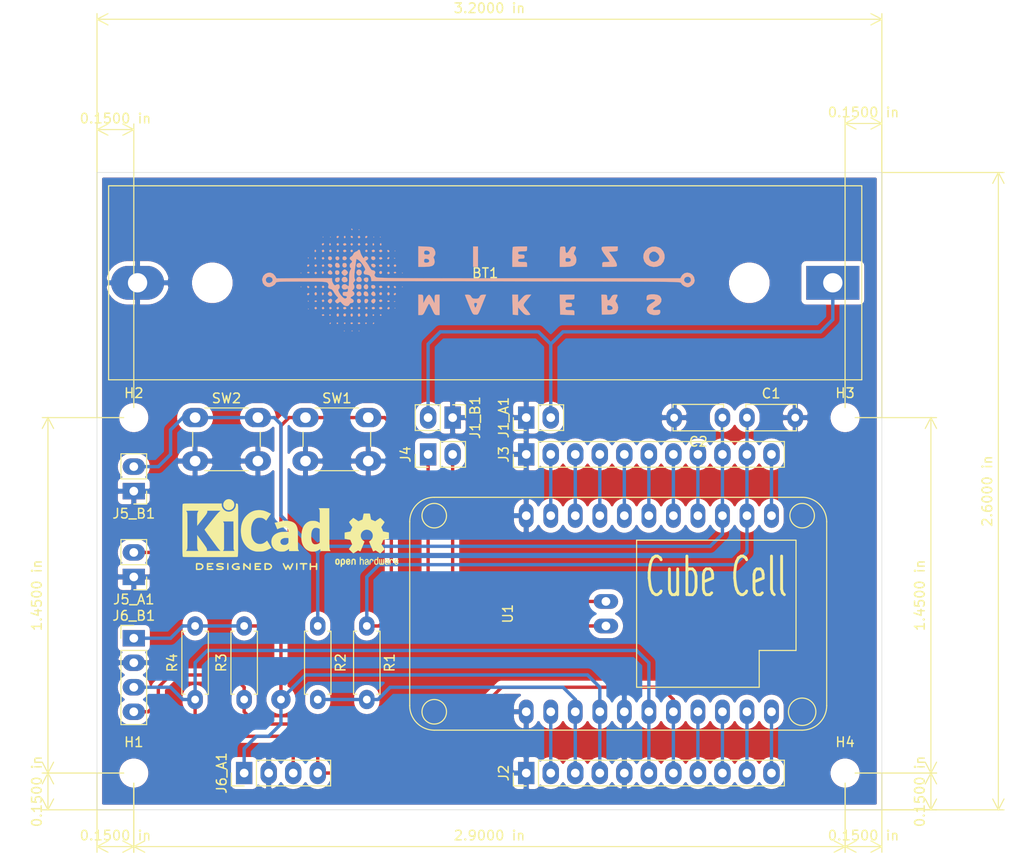
<source format=kicad_pcb>
(kicad_pcb (version 20171130) (host pcbnew "(5.1.5)-3")
  (title_block (title "Placa Adaptadora para CubeCell Board HTCC-AB01 ") (date 2020-04-07) (rev 1.0))
  (layers (0 F.Cu signal) (31 B.Cu signal) (34 B.Paste user) (35 F.Paste user) (36 B.SilkS user) (37 F.SilkS user) (38 B.Mask user) (39 F.Mask user) (44 Edge.Cuts user))
  (net 0 "")
  (net 1 +BATT)
  (net 2 GND)
  (net 3 /GPIO1)
  (net 4 "Net-(J2-Pad11)")
  (net 5 "Net-(J2-Pad10)")
  (net 6 "Net-(J2-Pad9)")
  (net 7 "Net-(J2-Pad8)")
  (net 8 /SDA)
  (net 9 /SCL)
  (net 10 /VEXT)
  (net 11 +3V3)
  (net 12 "Net-(J2-Pad2)")
  (net 13 "Net-(J3-Pad2)")
  (net 14 "Net-(J3-Pad3)")
  (net 15 "Net-(J3-Pad4)")
  (net 16 "Net-(J3-Pad5)")
  (net 17 "Net-(J3-Pad6)")
  (net 18 "Net-(J3-Pad7)")
  (net 19 "Net-(J3-Pad8)")
  (net 20 /GPIO2)
  (net 21 "Net-(J3-Pad11)")
  (net 22 "Net-(J4-Pad2)")
  (net 23 "Net-(J4-Pad1)")
  (module Custom_lib:logo_mb_50x17mm (layer B.Cu) (at 128.27 76.835)
    (fp_text reference G*** hide)
    (fp_text value LOGO hide)
  )
  (module Custom_lib:PinHeader_1x11_P2.54mm_Vertical (layer F.Cu) (at 133.35 128.27 90)
    (fp_text reference J2 (at 0 -2.33 90) (layer F.SilkS))
    (fp_text value CONECTOR_A)
    (pad 1 thru_hole rect (at 0 0 90) (size 2.3 1.7) (drill 0.9) (layers *.Cu *.Mask) (net 2 GND))
    (pad 2 thru_hole oval (at 0 2.54 90) (size 2.3 1.7) (drill 0.9) (layers *.Cu *.Mask) (net 12 "Net-(J2-Pad2)"))
    (pad 3 thru_hole oval (at 0 5.08 90) (size 2.3 1.7) (drill 0.9) (layers *.Cu *.Mask) (net 11 +3V3))
    (pad 4 thru_hole oval (at 0 7.62 90) (size 2.3 1.7) (drill 0.9) (layers *.Cu *.Mask) (net 10 /VEXT))
    (pad 5 thru_hole oval (at 0 10.16 90) (size 2.3 1.7) (drill 0.9) (layers *.Cu *.Mask) (net 2 GND))
    (pad 6 thru_hole oval (at 0 12.7 90) (size 2.3 1.7) (drill 0.9) (layers *.Cu *.Mask) (net 9 /SCL))
    (pad 7 thru_hole oval (at 0 15.24 90) (size 2.3 1.7) (drill 0.9) (layers *.Cu *.Mask) (net 8 /SDA))
    (pad 8 thru_hole oval (at 0 17.78 90) (size 2.3 1.7) (drill 0.9) (layers *.Cu *.Mask) (net 7 "Net-(J2-Pad8)"))
    (pad 9 thru_hole oval (at 0 20.32 90) (size 2.3 1.7) (drill 0.9) (layers *.Cu *.Mask) (net 6 "Net-(J2-Pad9)"))
    (pad 10 thru_hole oval (at 0 22.86 90) (size 2.3 1.7) (drill 0.9) (layers *.Cu *.Mask) (net 5 "Net-(J2-Pad10)"))
    (pad 11 thru_hole oval (at 0 25.4 90) (size 2.3 1.7) (drill 0.9) (layers *.Cu *.Mask) (net 4 "Net-(J2-Pad11)"))
  )
  (module Custom_lib:PinHeader_1x11_P2.54mm_Vertical (layer F.Cu) (at 133.35 95.25 90)
    (fp_text reference J3 (at 0 -2.33 90) (layer F.SilkS))
    (fp_text value CONECTOR_B)
    (pad 1 thru_hole rect (at 0 0 90) (size 2.3 1.7) (drill 0.9) (layers *.Cu *.Mask) (net 2 GND))
    (pad 2 thru_hole oval (at 0 2.54 90) (size 2.3 1.7) (drill 0.9) (layers *.Cu *.Mask) (net 13 "Net-(J3-Pad2)"))
    (pad 3 thru_hole oval (at 0 5.08 90) (size 2.3 1.7) (drill 0.9) (layers *.Cu *.Mask) (net 14 "Net-(J3-Pad3)"))
    (pad 4 thru_hole oval (at 0 7.62 90) (size 2.3 1.7) (drill 0.9) (layers *.Cu *.Mask) (net 15 "Net-(J3-Pad4)"))
    (pad 5 thru_hole oval (at 0 10.16 90) (size 2.3 1.7) (drill 0.9) (layers *.Cu *.Mask) (net 16 "Net-(J3-Pad5)"))
    (pad 6 thru_hole oval (at 0 12.7 90) (size 2.3 1.7) (drill 0.9) (layers *.Cu *.Mask) (net 17 "Net-(J3-Pad6)"))
    (pad 7 thru_hole oval (at 0 15.24 90) (size 2.3 1.7) (drill 0.9) (layers *.Cu *.Mask) (net 18 "Net-(J3-Pad7)"))
    (pad 8 thru_hole oval (at 0 17.78 90) (size 2.3 1.7) (drill 0.9) (layers *.Cu *.Mask) (net 19 "Net-(J3-Pad8)"))
    (pad 9 thru_hole oval (at 0 20.32 90) (size 2.3 1.7) (drill 0.9) (layers *.Cu *.Mask) (net 20 /GPIO2))
    (pad 10 thru_hole oval (at 0 22.86 90) (size 2.3 1.7) (drill 0.9) (layers *.Cu *.Mask) (net 3 /GPIO1))
    (pad 11 thru_hole oval (at 0 25.4 90) (size 2.3 1.7) (drill 0.9) (layers *.Cu *.Mask) (net 21 "Net-(J3-Pad11)"))
  )
  (module Custom_lib:PinHeader_1x02_P2.54mm_Vertical_custom (layer F.Cu) (at 123.19 95.25 90)
    (fp_text reference J4 (at 0 -2.33 90) (layer F.SilkS))
    (fp_text value CONECTOR_C)
    (pad 1 thru_hole rect (at 0 0 90) (size 2.3 1.7) (drill 0.9) (layers *.Cu *.Mask) (net 23 "Net-(J4-Pad1)"))
    (pad 2 thru_hole oval (at 0 2.54 90) (size 2.3 1.7) (drill 0.9) (layers *.Cu *.Mask) (net 22 "Net-(J4-Pad2)"))
  )
  (module Custom_lib:PinHeader_1x02_P2.54mm_Vertical_custom (layer F.Cu) (at 133.35 91.44 90)
    (fp_text reference J1_A1 (at 0 -2.33 90) (layer F.SilkS))
    (fp_text value BAT_1)
    (pad 1 thru_hole rect (at 0 0 90) (size 2.3 1.7) (drill 0.9) (layers *.Cu *.Mask) (net 2 GND))
    (pad 2 thru_hole oval (at 0 2.54 90) (size 2.3 1.7) (drill 0.9) (layers *.Cu *.Mask) (net 1 +BATT))
  )
  (module Custom_lib:PinHeader_1x02_P2.54mm_Vertical_custom (layer F.Cu) (at 125.73 91.44 270)
    (fp_text reference J1_B1 (at 0 -2.33 90) (layer F.SilkS))
    (fp_text value BAT_2)
    (pad 1 thru_hole rect (at 0 0 270) (size 2.3 1.7) (drill 0.9) (layers *.Cu *.Mask) (net 2 GND))
    (pad 2 thru_hole oval (at 0 2.54 270) (size 2.3 1.7) (drill 0.9) (layers *.Cu *.Mask) (net 1 +BATT))
  )
  (module Custom_lib:PinHeader_1x02_P2.54mm_Vertical_custom (layer F.Cu) (at 92.71 107.95 180)
    (fp_text reference J5_A1 (at 0 -2.33) (layer F.SilkS))
    (fp_text value INT1)
    (pad 1 thru_hole rect (at 0 0 180) (size 2.3 1.7) (drill 0.9) (layers *.Cu *.Mask) (net 2 GND))
    (pad 2 thru_hole oval (at 0 2.54 180) (size 2.3 1.7) (drill 0.9) (layers *.Cu *.Mask) (net 3 /GPIO1))
  )
  (module Custom_lib:PinHeader_1x02_P2.54mm_Vertical_custom (layer F.Cu) (at 92.71 99.06 180)
    (fp_text reference J5_B1 (at 0 -2.33) (layer F.SilkS))
    (fp_text value INT2)
    (pad 1 thru_hole rect (at 0 0 180) (size 2.3 1.7) (drill 0.9) (layers *.Cu *.Mask) (net 2 GND))
    (pad 2 thru_hole oval (at 0 2.54 180) (size 2.3 1.7) (drill 0.9) (layers *.Cu *.Mask) (net 20 /GPIO2))
  )
  (module Custom_lib:PinHeader_1x04_P2.54mm_Vertical (layer F.Cu) (at 104.14 128.27 90)
    (fp_text reference J6_A1 (at 0 -2.33 90) (layer F.SilkS))
    (fp_text value I2C_A)
    (pad 1 thru_hole rect (at 0 0 90) (size 2.3 1.7) (drill 0.9) (layers *.Cu *.Mask) (net 10 /VEXT))
    (pad 2 thru_hole oval (at 0 2.54 90) (size 2.3 1.7) (drill 0.9) (layers *.Cu *.Mask) (net 2 GND))
    (pad 3 thru_hole oval (at 0 5.08 90) (size 2.3 1.7) (drill 0.9) (layers *.Cu *.Mask) (net 9 /SCL))
    (pad 4 thru_hole oval (at 0 7.62 90) (size 2.3 1.7) (drill 0.9) (layers *.Cu *.Mask) (net 8 /SDA))
  )
  (module Custom_lib:PinHeader_1x04_P2.54mm_Vertical (layer F.Cu) (at 92.71 114.3)
    (fp_text reference J6_B1 (at 0 -2.33) (layer F.SilkS))
    (fp_text value I2C_B)
    (pad 1 thru_hole rect (at 0 0) (size 2.3 1.7) (drill 0.9) (layers *.Cu *.Mask) (net 10 /VEXT))
    (pad 2 thru_hole oval (at 0 2.54) (size 2.3 1.7) (drill 0.9) (layers *.Cu *.Mask) (net 2 GND))
    (pad 3 thru_hole oval (at 0 5.08) (size 2.3 1.7) (drill 0.9) (layers *.Cu *.Mask) (net 9 /SCL))
    (pad 4 thru_hole oval (at 0 7.62) (size 2.3 1.7) (drill 0.9) (layers *.Cu *.Mask) (net 8 /SDA))
  )
  (module MountingHole:MountingHole_2mm (layer F.Cu) (at 92.71 91.44)
    (fp_text reference H2 (at 0 -2.54) (layer F.SilkS))
    (fp_text value MountingHole_2mm)
    (pad "" np_thru_hole circle (at 0 0) (size 2 2) (drill 2) (layers *.Cu *.Mask))
  )
  (module MountingHole:MountingHole_2mm (layer F.Cu) (at 166.37 91.44)
    (fp_text reference H3 (at 0 -2.54) (layer F.SilkS))
    (fp_text value MountingHole_2mm)
    (pad "" np_thru_hole circle (at 0 0) (size 2 2) (drill 2) (layers *.Cu *.Mask))
  )
  (module MountingHole:MountingHole_2mm (layer F.Cu) (at 166.37 128.27)
    (fp_text reference H4 (at 0 -3.2) (layer F.SilkS))
    (fp_text value MountingHole_2mm)
    (pad "" np_thru_hole circle (at 0 0) (size 2 2) (drill 2) (layers *.Cu *.Mask))
  )
  (module MountingHole:MountingHole_2mm (layer F.Cu) (at 92.71 128.27)
    (fp_text reference H1 (at 0 -3.2) (layer F.SilkS))
    (fp_text value MountingHole_2mm)
    (pad "" np_thru_hole circle (at 0 0) (size 2 2) (drill 2) (layers *.Cu *.Mask))
  )
  (module Symbol:KiCad-Logo2_6mm_SilkScreen (layer F.Cu) (at 105.41 102.87)
    (fp_text reference "" hide)
    (fp_text value "" hide)
  )
  (module Symbol:OSHW-Logo2_7.3x6mm_SilkScreen (layer F.Cu) (at 116.84 104.14)
    (fp_text reference "" hide)
    (fp_text value "" hide)
  )
  (module Custom_lib:BatteryHolder_MPD_BH-18650-PC2 (layer F.Cu) (at 165.1 77.47 180)
    (fp_text reference BT1 (at 36 1) (layer F.SilkS))
    (fp_text value Battery_Cell)
    (pad "" np_thru_hole circle (at 64.255 0 180) (size 3.2 3.2) (drill 3.2) (layers *.Cu *.Mask))
    (pad "" np_thru_hole circle (at 8.645 0 180) (size 3.2 3.2) (drill 3.2) (layers *.Cu *.Mask))
    (pad 1 thru_hole rect (at 0 0 180) (size 5.5 3.5) (drill 2) (layers *.Cu *.Mask) (net 1 +BATT))
    (pad 2 thru_hole oval (at 72 0 180) (size 5.5 3.5) (drill 2) (layers *.Cu *.Mask) (net 2 GND))
  )
  (module Custom_lib:C_Disc_D5.0mm_W2.5mm_P5.00mm (layer F.Cu) (at 156.21 91.44)
    (fp_text reference C1 (at 2.5 -2.5) (layer F.SilkS))
    (fp_text value 1uF)
    (pad 1 thru_hole oval (at 0 0) (size 1.6 2) (drill 0.8) (layers *.Cu *.Mask) (net 3 /GPIO1))
    (pad 2 thru_hole oval (at 5 0) (size 1.6 2) (drill 0.8) (layers *.Cu *.Mask) (net 2 GND))
  )
  (module Custom_lib:C_Disc_D5.0mm_W2.5mm_P5.00mm (layer F.Cu) (at 153.67 91.44 180)
    (fp_text reference C2 (at 2.5 -2.5) (layer F.SilkS))
    (fp_text value 1uF)
    (pad 2 thru_hole oval (at 5 0 180) (size 1.6 2) (drill 0.8) (layers *.Cu *.Mask) (net 2 GND))
    (pad 1 thru_hole oval (at 0 0 180) (size 1.6 2) (drill 0.8) (layers *.Cu *.Mask) (net 20 /GPIO2))
  )
  (module Custom_lib:R_Axial_DIN0207_L6.3mm_D2.5mm_P7.62mm_Horizontal (layer F.Cu) (at 116.84 113.03 270)
    (fp_text reference R1 (at 3.81 -2.37 90) (layer F.SilkS))
    (fp_text value 10K)
    (pad 1 thru_hole oval (at 0 0 270) (size 2 1.6) (drill 0.8) (layers *.Cu *.Mask) (net 3 /GPIO1))
    (pad 2 thru_hole oval (at 7.62 0 270) (size 2 1.6) (drill 0.8) (layers *.Cu *.Mask) (net 11 +3V3))
  )
  (module Custom_lib:R_Axial_DIN0207_L6.3mm_D2.5mm_P7.62mm_Horizontal (layer F.Cu) (at 111.76 113.03 270)
    (fp_text reference R2 (at 3.81 -2.37 90) (layer F.SilkS))
    (fp_text value 10K)
    (pad 2 thru_hole oval (at 7.62 0 270) (size 2 1.6) (drill 0.8) (layers *.Cu *.Mask) (net 11 +3V3))
    (pad 1 thru_hole oval (at 0 0 270) (size 2 1.6) (drill 0.8) (layers *.Cu *.Mask) (net 20 /GPIO2))
  )
  (module Custom_lib:R_Axial_DIN0207_L6.3mm_D2.5mm_P7.62mm_Horizontal (layer F.Cu) (at 104.14 120.65 90)
    (fp_text reference R3 (at 3.81 -2.37 90) (layer F.SilkS))
    (fp_text value 10K)
    (pad 1 thru_hole oval (at 0 0 90) (size 2 1.6) (drill 0.8) (layers *.Cu *.Mask) (net 8 /SDA))
    (pad 2 thru_hole oval (at 7.62 0 90) (size 2 1.6) (drill 0.8) (layers *.Cu *.Mask) (net 10 /VEXT))
  )
  (module Custom_lib:R_Axial_DIN0207_L6.3mm_D2.5mm_P7.62mm_Horizontal (layer F.Cu) (at 99.06 120.65 90)
    (fp_text reference R4 (at 3.81 -2.37 90) (layer F.SilkS))
    (fp_text value 10K)
    (pad 2 thru_hole oval (at 7.62 0 90) (size 2 1.6) (drill 0.8) (layers *.Cu *.Mask) (net 10 /VEXT))
    (pad 1 thru_hole oval (at 0 0 90) (size 2 1.6) (drill 0.8) (layers *.Cu *.Mask) (net 9 /SCL))
  )
  (module Custom_lib:SW_PUSH_6mm_H5mm (layer F.Cu) (at 110.49 91.44)
    (fp_text reference SW1 (at 3.25 -2) (layer F.SilkS))
    (fp_text value SW_Push)
    (pad 1 thru_hole oval (at 6.5 0 90) (size 2 2.7) (drill 1.1) (layers *.Cu *.Mask) (net 3 /GPIO1))
    (pad 2 thru_hole oval (at 6.5 4.5 90) (size 2 2.7) (drill 1.1) (layers *.Cu *.Mask) (net 2 GND))
    (pad 1 thru_hole oval (at 0 0 90) (size 2 2.7) (drill 1.1) (layers *.Cu *.Mask) (net 3 /GPIO1))
    (pad 2 thru_hole oval (at 0 4.5 90) (size 2 2.7) (drill 1.1) (layers *.Cu *.Mask) (net 2 GND))
  )
  (module Custom_lib:SW_PUSH_6mm_H5mm (layer F.Cu) (at 99.06 91.44)
    (fp_text reference SW2 (at 3.25 -2) (layer F.SilkS))
    (fp_text value SW_Push)
    (pad 2 thru_hole oval (at 0 4.5 90) (size 2 2.7) (drill 1.1) (layers *.Cu *.Mask) (net 2 GND))
    (pad 1 thru_hole oval (at 0 0 90) (size 2 2.7) (drill 1.1) (layers *.Cu *.Mask) (net 20 /GPIO2))
    (pad 2 thru_hole oval (at 6.5 4.5 90) (size 2 2.7) (drill 1.1) (layers *.Cu *.Mask) (net 2 GND))
    (pad 1 thru_hole oval (at 6.5 0 90) (size 2 2.7) (drill 1.1) (layers *.Cu *.Mask) (net 20 /GPIO2))
  )
  (module Custom_lib:CubeCell_HTCC-AB01 (layer F.Cu) (at 146.05 111.76 90)
    (fp_text reference U1 (at 0 -14.605 90) (layer F.SilkS))
    (fp_text value CUBECELL_HTCC-AB01)
    (fp_text user "Cube Cell" (at 3.81 6.985 180) (layer F.SilkS) (effects (font (size 4 2) (thickness 0.3))))
    (pad 24 thru_hole oval (at 1.27 -4.445 90) (size 1.524 2.524) (drill 0.9) (layers *.Cu *.Mask) (net 22 "Net-(J4-Pad2)"))
    (pad 23 thru_hole oval (at -1.27 -4.445 90) (size 1.524 2.524) (drill 0.9) (layers *.Cu *.Mask) (net 23 "Net-(J4-Pad1)"))
    (pad 12 thru_hole oval (at 10.16 12.7 90) (size 2.524 1.524) (drill 0.9) (layers *.Cu *.Mask) (net 21 "Net-(J3-Pad11)"))
    (pad 13 thru_hole oval (at 10.16 10.16 90) (size 2.524 1.524) (drill 0.9) (layers *.Cu *.Mask) (net 3 /GPIO1))
    (pad 14 thru_hole oval (at 10.16 7.62 90) (size 2.524 1.524) (drill 0.9) (layers *.Cu *.Mask) (net 20 /GPIO2))
    (pad 15 thru_hole oval (at 10.16 5.08 90) (size 2.524 1.524) (drill 0.9) (layers *.Cu *.Mask) (net 19 "Net-(J3-Pad8)"))
    (pad 16 thru_hole oval (at 10.16 2.54 90) (size 2.524 1.524) (drill 0.9) (layers *.Cu *.Mask) (net 18 "Net-(J3-Pad7)"))
    (pad 17 thru_hole oval (at 10.16 0 90) (size 2.524 1.524) (drill 0.9) (layers *.Cu *.Mask) (net 17 "Net-(J3-Pad6)"))
    (pad 18 thru_hole oval (at 10.16 -2.54 90) (size 2.524 1.524) (drill 0.9) (layers *.Cu *.Mask) (net 16 "Net-(J3-Pad5)"))
    (pad 19 thru_hole oval (at 10.16 -5.08 90) (size 2.524 1.524) (drill 0.9) (layers *.Cu *.Mask) (net 15 "Net-(J3-Pad4)"))
    (pad 20 thru_hole oval (at 10.16 -7.62 90) (size 2.524 1.524) (drill 0.9) (layers *.Cu *.Mask) (net 14 "Net-(J3-Pad3)"))
    (pad 21 thru_hole oval (at 10.16 -10.16 90) (size 2.524 1.524) (drill 0.9) (layers *.Cu *.Mask) (net 13 "Net-(J3-Pad2)"))
    (pad 11 thru_hole oval (at -10.16 12.7 90) (size 2.524 1.524) (drill 0.9) (layers *.Cu *.Mask) (net 4 "Net-(J2-Pad11)"))
    (pad 10 thru_hole oval (at -10.16 10.16 90) (size 2.524 1.524) (drill 0.9) (layers *.Cu *.Mask) (net 5 "Net-(J2-Pad10)"))
    (pad 9 thru_hole oval (at -10.16 7.62 90) (size 2.524 1.524) (drill 0.9) (layers *.Cu *.Mask) (net 6 "Net-(J2-Pad9)"))
    (pad 8 thru_hole oval (at -10.16 5.08 90) (size 2.524 1.524) (drill 0.9) (layers *.Cu *.Mask) (net 7 "Net-(J2-Pad8)"))
    (pad 7 thru_hole oval (at -10.16 2.54 90) (size 2.524 1.524) (drill 0.9) (layers *.Cu *.Mask) (net 8 /SDA))
    (pad 6 thru_hole oval (at -10.16 0 90) (size 2.524 1.524) (drill 0.9) (layers *.Cu *.Mask) (net 9 /SCL))
    (pad 5 thru_hole oval (at -10.16 -2.54 90) (size 2.524 1.524) (drill 0.9) (layers *.Cu *.Mask) (net 2 GND))
    (pad 4 thru_hole oval (at -10.16 -5.08 90) (size 2.524 1.524) (drill 0.9) (layers *.Cu *.Mask) (net 10 /VEXT))
    (pad 3 thru_hole oval (at -10.16 -7.62 90) (size 2.524 1.524) (drill 0.9) (layers *.Cu *.Mask) (net 11 +3V3))
    (pad 2 thru_hole oval (at -10.16 -10.16 90) (size 2.524 1.524) (drill 0.9) (layers *.Cu *.Mask) (net 12 "Net-(J2-Pad2)"))
    (pad 22 thru_hole oval (at 10.16 -12.7 90) (size 2.524 1.524) (drill 0.9) (layers *.Cu *.Mask) (net 2 GND))
    (pad 1 thru_hole oval (at -10.16 -12.7 90) (size 2.524 1.524) (drill 0.9) (layers *.Cu *.Mask) (net 2 GND))
  )
  (dimension 36.83 (width 0.12) (layer F.SilkS) (gr_text "36,830 mm" (at 82.55 109.855 90) (layer F.SilkS) (effects (font (size 1 1) (thickness 0.15)))) (feature1 (pts (xy 92.71 91.44) (xy 83.233579 91.44))) (feature2 (pts (xy 92.71 128.27) (xy 83.233579 128.27))) (crossbar (pts (xy 83.82 128.27) (xy 83.82 91.44))) (arrow1a (pts (xy 83.82 91.44) (xy 84.406421 92.566504))) (arrow1b (pts (xy 83.82 91.44) (xy 83.233579 92.566504))) (arrow2a (pts (xy 83.82 128.27) (xy 84.406421 127.143496))) (arrow2b (pts (xy 83.82 128.27) (xy 83.233579 127.143496))))
  (dimension 3.81 (width 0.12) (layer F.SilkS) (gr_text "3,810 mm" (at 90.805 60.325) (layer F.SilkS) (effects (font (size 1 1) (thickness 0.15)))) (feature1 (pts (xy 88.9 91.44) (xy 88.9 61.008579))) (feature2 (pts (xy 92.71 91.44) (xy 92.71 61.008579))) (crossbar (pts (xy 92.71 61.595) (xy 88.9 61.595))) (arrow1a (pts (xy 88.9 61.595) (xy 90.026504 61.008579))) (arrow1b (pts (xy 88.9 61.595) (xy 90.026504 62.181421))) (arrow2a (pts (xy 92.71 61.595) (xy 91.583496 61.008579))) (arrow2b (pts (xy 92.71 61.595) (xy 91.583496 62.181421))))
  (dimension 3.81 (width 0.12) (layer F.SilkS) (gr_text "3,810 mm" (at 168.275 59.69) (layer F.SilkS) (effects (font (size 1 1) (thickness 0.15)))) (feature1 (pts (xy 170.18 91.44) (xy 170.18 60.373579))) (feature2 (pts (xy 166.37 91.44) (xy 166.37 60.373579))) (crossbar (pts (xy 166.37 60.96) (xy 170.18 60.96))) (arrow1a (pts (xy 170.18 60.96) (xy 169.053496 61.546421))) (arrow1b (pts (xy 170.18 60.96) (xy 169.053496 60.373579))) (arrow2a (pts (xy 166.37 60.96) (xy 167.496504 61.546421))) (arrow2b (pts (xy 166.37 60.96) (xy 167.496504 60.373579))))
  (dimension 36.83 (width 0.12) (layer F.SilkS) (gr_text "36,830 mm" (at 176.53 109.855 90) (layer F.SilkS) (effects (font (size 1 1) (thickness 0.15)))) (feature1 (pts (xy 166.37 91.44) (xy 175.846421 91.44))) (feature2 (pts (xy 166.37 128.27) (xy 175.846421 128.27))) (crossbar (pts (xy 175.26 128.27) (xy 175.26 91.44))) (arrow1a (pts (xy 175.26 91.44) (xy 175.846421 92.566504))) (arrow1b (pts (xy 175.26 91.44) (xy 174.673579 92.566504))) (arrow2a (pts (xy 175.26 128.27) (xy 175.846421 127.143496))) (arrow2b (pts (xy 175.26 128.27) (xy 174.673579 127.143496))))
  (dimension 3.81 (width 0.12) (layer F.SilkS) (gr_text "3,810 mm" (at 168.275 137.16) (layer F.SilkS) (effects (font (size 1 1) (thickness 0.15)))) (feature1 (pts (xy 170.18 128.27) (xy 170.18 136.476421))) (feature2 (pts (xy 166.37 128.27) (xy 166.37 136.476421))) (crossbar (pts (xy 166.37 135.89) (xy 170.18 135.89))) (arrow1a (pts (xy 170.18 135.89) (xy 169.053496 136.476421))) (arrow1b (pts (xy 170.18 135.89) (xy 169.053496 135.303579))) (arrow2a (pts (xy 166.37 135.89) (xy 167.496504 136.476421))) (arrow2b (pts (xy 166.37 135.89) (xy 167.496504 135.303579))))
  (dimension 73.66 (width 0.12) (layer F.SilkS) (gr_text "73,660 mm" (at 129.54 137.159999) (layer F.SilkS) (effects (font (size 1 1) (thickness 0.15)))) (feature1 (pts (xy 166.37 128.27) (xy 166.37 136.47642))) (feature2 (pts (xy 92.71 128.27) (xy 92.71 136.47642))) (crossbar (pts (xy 92.71 135.889999) (xy 166.37 135.889999))) (arrow1a (pts (xy 166.37 135.889999) (xy 165.243496 136.47642))) (arrow1b (pts (xy 166.37 135.889999) (xy 165.243496 135.303578))) (arrow2a (pts (xy 92.71 135.889999) (xy 93.836504 136.47642))) (arrow2b (pts (xy 92.71 135.889999) (xy 93.836504 135.303578))))
  (dimension 3.81 (width 0.12) (layer F.SilkS) (gr_text "3,810 mm" (at 90.805 137.16) (layer F.SilkS) (effects (font (size 1 1) (thickness 0.15)))) (feature1 (pts (xy 88.9 128.27) (xy 88.9 136.476421))) (feature2 (pts (xy 92.71 128.27) (xy 92.71 136.476421))) (crossbar (pts (xy 92.71 135.89) (xy 88.9 135.89))) (arrow1a (pts (xy 88.9 135.89) (xy 90.026504 135.303579))) (arrow1b (pts (xy 88.9 135.89) (xy 90.026504 136.476421))) (arrow2a (pts (xy 92.71 135.89) (xy 91.583496 135.303579))) (arrow2b (pts (xy 92.71 135.89) (xy 91.583496 136.476421))))
  (dimension 3.81 (width 0.12) (layer F.SilkS) (gr_text "3,810 mm" (at 82.55 130.175 270) (layer F.SilkS) (effects (font (size 1 1) (thickness 0.15)))) (feature1 (pts (xy 92.71 132.08) (xy 83.233579 132.08))) (feature2 (pts (xy 92.71 128.27) (xy 83.233579 128.27))) (crossbar (pts (xy 83.82 128.27) (xy 83.82 132.08))) (arrow1a (pts (xy 83.82 132.08) (xy 83.233579 130.953496))) (arrow1b (pts (xy 83.82 132.08) (xy 84.406421 130.953496))) (arrow2a (pts (xy 83.82 128.27) (xy 83.233579 129.396504))) (arrow2b (pts (xy 83.82 128.27) (xy 84.406421 129.396504))))
  (dimension 66.04 (width 0.12) (layer F.SilkS) (gr_text "66,040 mm" (at 183.515 99.06 90) (layer F.SilkS) (effects (font (size 1 1) (thickness 0.15)))) (feature1 (pts (xy 170.18 66.04) (xy 182.831421 66.04))) (feature2 (pts (xy 170.18 132.08) (xy 182.831421 132.08))) (crossbar (pts (xy 182.245 132.08) (xy 182.245 66.04))) (arrow1a (pts (xy 182.245 66.04) (xy 182.831421 67.166504))) (arrow1b (pts (xy 182.245 66.04) (xy 181.658579 67.166504))) (arrow2a (pts (xy 182.245 132.08) (xy 182.831421 130.953496))) (arrow2b (pts (xy 182.245 132.08) (xy 181.658579 130.953496))))
  (dimension 3.81 (width 0.12) (layer F.SilkS) (gr_text "3,810 mm" (at 176.53 130.175 270) (layer F.SilkS) (effects (font (size 1 1) (thickness 0.15)))) (feature1 (pts (xy 166.37 132.08) (xy 175.846421 132.08))) (feature2 (pts (xy 166.37 128.27) (xy 175.846421 128.27))) (crossbar (pts (xy 175.26 128.27) (xy 175.26 132.08))) (arrow1a (pts (xy 175.26 132.08) (xy 174.673579 130.953496))) (arrow1b (pts (xy 175.26 132.08) (xy 175.846421 130.953496))) (arrow2a (pts (xy 175.26 128.27) (xy 174.673579 129.396504))) (arrow2b (pts (xy 175.26 128.27) (xy 175.846421 129.396504))))
  (dimension 81.28 (width 0.12) (layer F.SilkS) (gr_text "81,280 mm" (at 129.54 48.895) (layer F.SilkS) (effects (font (size 1 1) (thickness 0.15)))) (feature1 (pts (xy 170.18 66.04) (xy 170.18 49.578579))) (feature2 (pts (xy 88.9 66.04) (xy 88.9 49.578579))) (crossbar (pts (xy 88.9 50.165) (xy 170.18 50.165))) (arrow1a (pts (xy 170.18 50.165) (xy 169.053496 50.751421))) (arrow1b (pts (xy 170.18 50.165) (xy 169.053496 49.578579))) (arrow2a (pts (xy 88.9 50.165) (xy 90.026504 50.751421))) (arrow2b (pts (xy 88.9 50.165) (xy 90.026504 49.578579))))
  (gr_line (start 88.9 132.08) (end 88.9 66.04) (layer Edge.Cuts) (width 0.05))
  (gr_line (start 170.18 132.08) (end 88.9 132.08) (layer Edge.Cuts) (width 0.05))
  (gr_line (start 170.18 66.04) (end 170.18 132.08) (layer Edge.Cuts) (width 0.05))
  (gr_line (start 88.9 66.04) (end 170.18 66.04) (layer Edge.Cuts) (width 0.05))
  (segment (start 135.89 91.44) (end 135.89 83.82) (width 0.35) (layer B.Cu) (net 1))
  (segment (start 135.89 83.82) (end 137.16 82.55) (width 0.35) (layer B.Cu) (net 1))
  (segment (start 137.16 82.55) (end 163.83 82.55) (width 0.35) (layer B.Cu) (net 1))
  (segment (start 165.1 81.28) (end 165.1 77.47) (width 0.35) (layer B.Cu) (net 1))
  (segment (start 163.83 82.55) (end 165.1 81.28) (width 0.35) (layer B.Cu) (net 1))
  (segment (start 123.19 91.44) (end 123.19 83.82) (width 0.35) (layer B.Cu) (net 1))
  (segment (start 123.19 83.82) (end 124.46 82.55) (width 0.35) (layer B.Cu) (net 1))
  (segment (start 134.62 82.55) (end 135.89 83.82) (width 0.35) (layer B.Cu) (net 1))
  (segment (start 124.46 82.55) (end 134.62 82.55) (width 0.35) (layer B.Cu) (net 1))
  (segment (start 133.35 95.25) (end 133.35 91.44) (width 0.35) (layer B.Cu) (net 2))
  (segment (start 133.35 91.44) (end 125.73 91.44) (width 0.35) (layer B.Cu) (net 2))
  (segment (start 116.99 95.94) (end 110.49 95.94) (width 0.35) (layer B.Cu) (net 2))
  (segment (start 105.56 95.94) (end 99.06 95.94) (width 0.35) (layer B.Cu) (net 2))
  (segment (start 92.71 99.06) (end 97.79 99.06) (width 0.35) (layer B.Cu) (net 2))
  (segment (start 99.06 97.79) (end 99.06 95.94) (width 0.35) (layer B.Cu) (net 2))
  (segment (start 97.79 99.06) (end 99.06 97.79) (width 0.35) (layer B.Cu) (net 2))
  (segment (start 92.71 107.95) (end 109.22 107.95) (width 0.35) (layer F.Cu) (net 2))
  (segment (start 110.49 106.68) (end 110.49 95.94) (width 0.35) (layer F.Cu) (net 2))
  (segment (start 109.22 107.95) (end 110.49 106.68) (width 0.35) (layer F.Cu) (net 2))
  (segment (start 133.35 95.25) (end 133.35 101.6) (width 0.35) (layer B.Cu) (net 2))
  (segment (start 133.35 121.92) (end 133.35 128.27) (width 0.35) (layer B.Cu) (net 2))
  (segment (start 143.51 121.92) (end 143.51 128.27) (width 0.35) (layer B.Cu) (net 2))
  (segment (start 156.21 91.44) (end 156.21 95.25) (width 0.35) (layer B.Cu) (net 3))
  (segment (start 116.99 91.44) (end 110.49 91.44) (width 0.35) (layer F.Cu) (net 3))
  (segment (start 108.79 91.44) (end 107.95 92.28) (width 0.35) (layer F.Cu) (net 3))
  (segment (start 110.49 91.44) (end 108.79 91.44) (width 0.35) (layer F.Cu) (net 3))
  (segment (start 107.95 92.28) (end 107.95 104.14) (width 0.35) (layer F.Cu) (net 3))
  (segment (start 106.68 105.41) (end 92.71 105.41) (width 0.35) (layer F.Cu) (net 3))
  (segment (start 107.95 104.14) (end 106.68 105.41) (width 0.35) (layer F.Cu) (net 3))
  (segment (start 119.38 111.76) (end 118.11 113.03) (width 0.35) (layer F.Cu) (net 3))
  (segment (start 119.38 92.13) (end 119.38 111.76) (width 0.35) (layer F.Cu) (net 3))
  (segment (start 118.11 113.03) (end 116.84 113.03) (width 0.35) (layer F.Cu) (net 3))
  (segment (start 116.99 91.44) (end 118.69 91.44) (width 0.35) (layer F.Cu) (net 3))
  (segment (start 118.69 91.44) (end 119.38 92.13) (width 0.35) (layer F.Cu) (net 3))
  (segment (start 116.84 107.95) (end 116.84 113.03) (width 0.35) (layer B.Cu) (net 3))
  (segment (start 118.11 106.68) (end 116.84 107.95) (width 0.35) (layer B.Cu) (net 3))
  (segment (start 154.94 106.68) (end 118.11 106.68) (width 0.35) (layer B.Cu) (net 3))
  (segment (start 156.21 95.25) (end 156.21 105.41) (width 0.35) (layer B.Cu) (net 3))
  (segment (start 156.21 105.41) (end 154.94 106.68) (width 0.35) (layer B.Cu) (net 3))
  (segment (start 158.75 121.92) (end 158.75 128.27) (width 0.35) (layer B.Cu) (net 4))
  (segment (start 156.21 121.92) (end 156.21 128.27) (width 0.35) (layer B.Cu) (net 5))
  (segment (start 153.67 121.92) (end 153.67 128.27) (width 0.35) (layer B.Cu) (net 6))
  (segment (start 151.13 121.92) (end 151.13 128.27) (width 0.35) (layer B.Cu) (net 7))
  (segment (start 92.71 121.92) (end 94.21 121.92) (width 0.35) (layer F.Cu) (net 8))
  (segment (start 95.25 120.88) (end 95.25 119.38) (width 0.35) (layer F.Cu) (net 8))
  (segment (start 94.21 121.92) (end 95.25 120.88) (width 0.35) (layer F.Cu) (net 8))
  (segment (start 95.25 119.38) (end 96.52 118.11) (width 0.35) (layer F.Cu) (net 8))
  (segment (start 96.52 118.11) (end 102.87 118.11) (width 0.35) (layer F.Cu) (net 8))
  (segment (start 102.87 118.11) (end 104.14 119.38) (width 0.35) (layer F.Cu) (net 8))
  (segment (start 104.14 119.38) (end 104.14 120.65) (width 0.35) (layer F.Cu) (net 8))
  (segment (start 104.14 121.92) (end 104.14 120.65) (width 0.35) (layer F.Cu) (net 8))
  (segment (start 110.49 123.19) (end 105.41 123.19) (width 0.35) (layer F.Cu) (net 8))
  (segment (start 105.41 123.19) (end 104.14 121.92) (width 0.35) (layer F.Cu) (net 8))
  (segment (start 111.76 128.27) (end 111.76 124.46) (width 0.35) (layer F.Cu) (net 8))
  (segment (start 111.76 124.46) (end 110.49 123.19) (width 0.35) (layer F.Cu) (net 8))
  (segment (start 148.59 128.27) (end 148.59 121.92) (width 0.35) (layer B.Cu) (net 8))
  (segment (start 128.27 128.27) (end 111.76 128.27) (width 0.35) (layer F.Cu) (net 8))
  (segment (start 148.59 121.92) (end 148.59 120.65) (width 0.35) (layer F.Cu) (net 8))
  (segment (start 130.81 119.38) (end 129.54 120.65) (width 0.35) (layer F.Cu) (net 8))
  (segment (start 148.59 120.65) (end 147.32 119.38) (width 0.35) (layer F.Cu) (net 8))
  (segment (start 147.32 119.38) (end 130.81 119.38) (width 0.35) (layer F.Cu) (net 8))
  (segment (start 129.54 127) (end 128.27 128.27) (width 0.35) (layer F.Cu) (net 8))
  (segment (start 129.54 120.65) (end 129.54 127) (width 0.35) (layer F.Cu) (net 8))
  (segment (start 107.95 124.46) (end 100.33 124.46) (width 0.35) (layer F.Cu) (net 9))
  (segment (start 99.06 123.19) (end 99.06 120.65) (width 0.35) (layer F.Cu) (net 9))
  (segment (start 109.22 128.27) (end 109.22 125.73) (width 0.35) (layer F.Cu) (net 9))
  (segment (start 100.33 124.46) (end 99.06 123.19) (width 0.35) (layer F.Cu) (net 9))
  (segment (start 109.22 125.73) (end 107.95 124.46) (width 0.35) (layer F.Cu) (net 9))
  (segment (start 99.06 120.45) (end 99.06 120.65) (width 0.35) (layer B.Cu) (net 9))
  (segment (start 92.71 119.38) (end 96.52 119.38) (width 0.35) (layer B.Cu) (net 9))
  (segment (start 97.79 120.65) (end 99.06 120.65) (width 0.35) (layer B.Cu) (net 9))
  (segment (start 96.52 119.38) (end 97.79 120.65) (width 0.35) (layer B.Cu) (net 9))
  (segment (start 99.06 116.84) (end 99.06 120.65) (width 0.35) (layer B.Cu) (net 9))
  (segment (start 100.33 115.57) (end 99.06 116.84) (width 0.35) (layer B.Cu) (net 9))
  (segment (start 144.78 115.57) (end 100.33 115.57) (width 0.35) (layer B.Cu) (net 9))
  (segment (start 146.05 128.27) (end 146.05 116.84) (width 0.35) (layer B.Cu) (net 9))
  (segment (start 146.05 116.84) (end 144.78 115.57) (width 0.35) (layer B.Cu) (net 9))
  (segment (start 92.71 114.3) (end 96.52 114.3) (width 0.35) (layer B.Cu) (net 10))
  (segment (start 97.79 113.03) (end 99.06 113.03) (width 0.35) (layer B.Cu) (net 10))
  (segment (start 96.52 114.3) (end 97.79 113.03) (width 0.35) (layer B.Cu) (net 10))
  (segment (start 107.95 120.65) (end 107.95 120.65) (width 0.35) (layer B.Cu) (net 10))
  (via (at 107.95 120.65) (size 2) (drill 0.8) (layers F.Cu B.Cu) (net 10))
  (segment (start 99.06 113.03) (end 104.14 113.03) (width 0.35) (layer B.Cu) (net 10))
  (segment (start 104.14 113.03) (end 106.68 113.03) (width 0.35) (layer F.Cu) (net 10))
  (segment (start 107.95 114.3) (end 107.95 120.65) (width 0.35) (layer F.Cu) (net 10))
  (segment (start 106.68 113.03) (end 107.95 114.3) (width 0.35) (layer F.Cu) (net 10))
  (segment (start 104.14 125.73) (end 104.14 128.27) (width 0.35) (layer B.Cu) (net 10))
  (segment (start 106.68 124.46) (end 105.41 124.46) (width 0.35) (layer B.Cu) (net 10))
  (segment (start 107.95 120.65) (end 107.95 123.19) (width 0.35) (layer B.Cu) (net 10))
  (segment (start 105.41 124.46) (end 104.14 125.73) (width 0.35) (layer B.Cu) (net 10))
  (segment (start 107.95 123.19) (end 106.68 124.46) (width 0.35) (layer B.Cu) (net 10))
  (segment (start 109.22 119.38) (end 107.95 120.65) (width 0.35) (layer B.Cu) (net 10))
  (segment (start 110.49 118.11) (end 109.22 119.38) (width 0.35) (layer B.Cu) (net 10))
  (segment (start 139.7 118.11) (end 110.49 118.11) (width 0.35) (layer B.Cu) (net 10))
  (segment (start 140.97 128.27) (end 140.97 119.38) (width 0.35) (layer B.Cu) (net 10))
  (segment (start 140.97 119.38) (end 139.7 118.11) (width 0.35) (layer B.Cu) (net 10))
  (segment (start 116.84 120.65) (end 111.76 120.65) (width 0.35) (layer B.Cu) (net 11))
  (segment (start 138.43 121.92) (end 138.43 128.27) (width 0.35) (layer B.Cu) (net 11))
  (segment (start 138.43 121.92) (end 138.43 120.65) (width 0.35) (layer B.Cu) (net 11))
  (segment (start 138.43 120.65) (end 137.16 119.38) (width 0.35) (layer B.Cu) (net 11))
  (segment (start 117.99 120.65) (end 116.84 120.65) (width 0.35) (layer B.Cu) (net 11))
  (segment (start 119.26 119.38) (end 117.99 120.65) (width 0.35) (layer B.Cu) (net 11))
  (segment (start 137.16 119.38) (end 119.26 119.38) (width 0.35) (layer B.Cu) (net 11))
  (segment (start 135.89 121.92) (end 135.89 128.27) (width 0.35) (layer B.Cu) (net 12))
  (segment (start 135.89 101.6) (end 135.89 95.25) (width 0.35) (layer B.Cu) (net 13))
  (segment (start 138.43 101.6) (end 138.43 95.25) (width 0.35) (layer B.Cu) (net 14))
  (segment (start 140.97 101.6) (end 140.97 95.25) (width 0.35) (layer B.Cu) (net 15))
  (segment (start 143.51 101.6) (end 143.51 95.25) (width 0.35) (layer B.Cu) (net 16))
  (segment (start 146.05 101.6) (end 146.05 95.25) (width 0.35) (layer B.Cu) (net 17))
  (segment (start 148.59 101.6) (end 148.59 95.25) (width 0.35) (layer B.Cu) (net 18))
  (segment (start 151.13 101.6) (end 151.13 95.25) (width 0.35) (layer B.Cu) (net 19))
  (segment (start 153.67 91.44) (end 153.67 95.25) (width 0.35) (layer B.Cu) (net 20))
  (segment (start 107.26 91.44) (end 107.95 92.13) (width 0.35) (layer B.Cu) (net 20))
  (segment (start 105.56 91.44) (end 107.26 91.44) (width 0.35) (layer B.Cu) (net 20))
  (segment (start 107.95 92.13) (end 107.95 101.6) (width 0.35) (layer B.Cu) (net 20))
  (segment (start 107.95 101.6) (end 111.76 105.41) (width 0.35) (layer B.Cu) (net 20))
  (segment (start 111.76 113.03) (end 111.76 105.41) (width 0.35) (layer B.Cu) (net 20))
  (segment (start 92.71 96.52) (end 95.25 96.52) (width 0.35) (layer B.Cu) (net 20))
  (segment (start 95.25 96.52) (end 96.52 95.25) (width 0.35) (layer B.Cu) (net 20))
  (segment (start 96.52 95.25) (end 96.52 92.71) (width 0.35) (layer B.Cu) (net 20))
  (segment (start 96.52 92.71) (end 97.79 91.44) (width 0.35) (layer B.Cu) (net 20))
  (segment (start 97.79 91.44) (end 99.06 91.44) (width 0.35) (layer B.Cu) (net 20))
  (segment (start 99.06 91.44) (end 105.56 91.44) (width 0.35) (layer B.Cu) (net 20))
  (segment (start 153.67 101.6) (end 153.67 95.25) (width 0.35) (layer B.Cu) (net 20))
  (segment (start 153.67 103.505) (end 153.67 101.6) (width 0.35) (layer B.Cu) (net 20))
  (segment (start 111.76 105.41) (end 112.395 104.775) (width 0.35) (layer B.Cu) (net 20))
  (segment (start 152.4 104.775) (end 153.67 103.505) (width 0.35) (layer B.Cu) (net 20))
  (segment (start 112.395 104.775) (end 152.4 104.775) (width 0.35) (layer B.Cu) (net 20))
  (segment (start 158.75 101.6) (end 158.75 95.25) (width 0.35) (layer B.Cu) (net 21))
  (segment (start 125.73 95.25) (end 125.73 109.22) (width 0.35) (layer F.Cu) (net 22))
  (segment (start 127 110.49) (end 141.605 110.49) (width 0.35) (layer F.Cu) (net 22))
  (segment (start 125.73 109.22) (end 127 110.49) (width 0.35) (layer F.Cu) (net 22))
  (segment (start 123.19 95.25) (end 123.19 111.76) (width 0.35) (layer F.Cu) (net 23))
  (segment (start 124.46 113.03) (end 141.605 113.03) (width 0.35) (layer F.Cu) (net 23))
  (segment (start 123.19 111.76) (end 124.46 113.03) (width 0.35) (layer F.Cu) (net 23))
  (zone (net 2) (net_name GND) (layer F.Cu) (connect_pads (clearance 0.508)) (min_thickness 0.254) (fill yes (arc_segments 32) (thermal_gap 0.508) (thermal_bridge_width 0.508))
    (polygon (pts (xy 170.18 132.08) (xy 88.9 132.08) (xy 88.9 66.04) (xy 170.18 66.04)))
  )
  (zone (net 2) (net_name GND) (layer B.Cu) (connect_pads (clearance 0.508)) (min_thickness 0.254) (fill yes (arc_segments 32) (thermal_gap 0.508) (thermal_bridge_width 0.508))
    (polygon (pts (xy 170.18 132.08) (xy 88.9 132.08) (xy 88.9 66.04) (xy 170.18 66.04)))
  )
)
</source>
